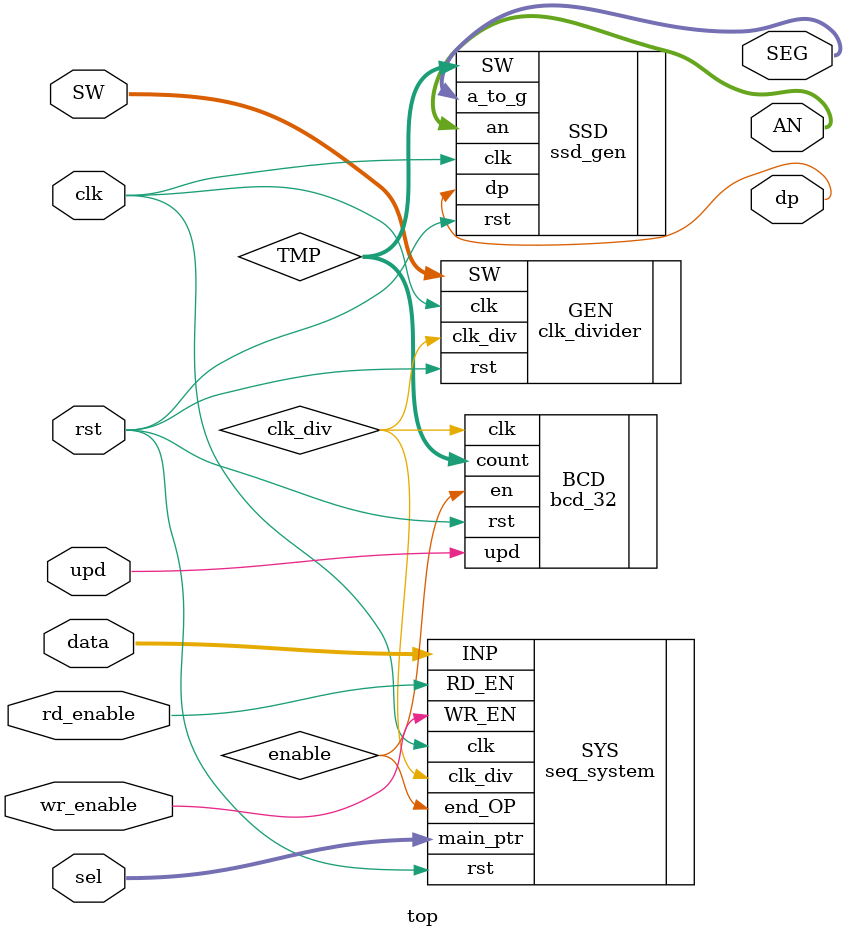
<source format=v>
`timescale 1ns / 1ps


module top(
            input clk,
            input rst,
            input [4:0] SW, 
            input [3:0] data,
            input [2:0] sel,
            input rd_enable,
            input wr_enable,
            input upd, 
            output wire [6:0] SEG,
            output wire [7:0] AN,
            output wire dp
    );
         wire clk_div;
         wire enable; 
         clk_divider  GEN    (
                              .clk(clk),
                              .rst(rst),
                              .SW(SW), 
                              .clk_div(clk_div)
                              ); 
          
         wire [31:0] TMP;
         
        seq_system SYS (
                    .clk(clk),
                    .clk_div(clk_div),
                    .rst(rst),
                    .INP(data),
                    .WR_EN(wr_enable),
                    .RD_EN(rd_enable),
                    .main_ptr(sel),
                    .end_OP(enable)
                );                  

         bcd_32  BCD    (
                          .clk(clk_div),
                          .rst(rst),
                          .en(enable),
                          .upd(upd),
                          .count(TMP)
                          );
                          
         ssd_gen   SSD   (
                           .SW(TMP),
                           .clk(clk),
                           .rst(rst),
                           .a_to_g(SEG),
                           .an(AN),
                           .dp(dp)
                          );                 
          
endmodule

</source>
